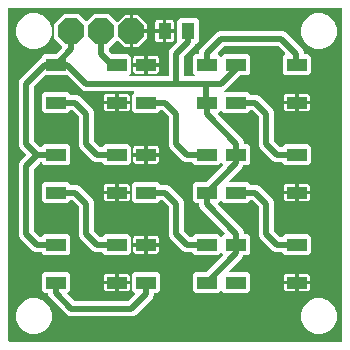
<source format=gbr>
G04 EAGLE Gerber RS-274X export*
G75*
%MOMM*%
%FSLAX34Y34*%
%LPD*%
%INTop Copper*%
%IPPOS*%
%AMOC8*
5,1,8,0,0,1.08239X$1,22.5*%
G01*
%ADD10P,2.336880X8X22.500000*%
%ADD11R,1.651000X1.000000*%
%ADD12R,1.100000X1.400000*%
%ADD13C,0.508000*%

G36*
X292120Y10164D02*
X292120Y10164D01*
X292139Y10162D01*
X292241Y10184D01*
X292343Y10200D01*
X292360Y10210D01*
X292380Y10214D01*
X292469Y10267D01*
X292560Y10316D01*
X292574Y10330D01*
X292591Y10340D01*
X292658Y10419D01*
X292730Y10494D01*
X292738Y10512D01*
X292751Y10527D01*
X292790Y10623D01*
X292833Y10717D01*
X292835Y10737D01*
X292843Y10755D01*
X292861Y10922D01*
X292861Y292100D01*
X292858Y292120D01*
X292860Y292139D01*
X292838Y292241D01*
X292822Y292343D01*
X292812Y292360D01*
X292808Y292380D01*
X292755Y292469D01*
X292706Y292560D01*
X292692Y292574D01*
X292682Y292591D01*
X292603Y292658D01*
X292528Y292730D01*
X292510Y292738D01*
X292495Y292751D01*
X292399Y292790D01*
X292305Y292833D01*
X292285Y292835D01*
X292267Y292843D01*
X292100Y292861D01*
X10922Y292861D01*
X10902Y292858D01*
X10883Y292860D01*
X10781Y292838D01*
X10679Y292822D01*
X10662Y292812D01*
X10642Y292808D01*
X10553Y292755D01*
X10462Y292706D01*
X10448Y292692D01*
X10431Y292682D01*
X10364Y292603D01*
X10292Y292528D01*
X10284Y292510D01*
X10271Y292495D01*
X10232Y292399D01*
X10189Y292305D01*
X10187Y292285D01*
X10179Y292267D01*
X10161Y292100D01*
X10161Y10922D01*
X10164Y10902D01*
X10162Y10883D01*
X10184Y10781D01*
X10200Y10679D01*
X10210Y10662D01*
X10214Y10642D01*
X10267Y10553D01*
X10316Y10462D01*
X10330Y10448D01*
X10340Y10431D01*
X10419Y10364D01*
X10494Y10292D01*
X10512Y10284D01*
X10527Y10271D01*
X10623Y10232D01*
X10717Y10189D01*
X10737Y10187D01*
X10755Y10179D01*
X10922Y10161D01*
X292100Y10161D01*
X292120Y10164D01*
G37*
%LPC*%
G36*
X168337Y51389D02*
X168337Y51389D01*
X166104Y53622D01*
X166104Y66778D01*
X168337Y69011D01*
X177684Y69011D01*
X177774Y69025D01*
X177865Y69033D01*
X177895Y69045D01*
X177927Y69050D01*
X178008Y69093D01*
X178091Y69129D01*
X178124Y69155D01*
X178144Y69166D01*
X178166Y69189D01*
X178222Y69234D01*
X192149Y83160D01*
X192161Y83176D01*
X192176Y83189D01*
X192232Y83276D01*
X192293Y83360D01*
X192298Y83379D01*
X192309Y83396D01*
X192334Y83496D01*
X192365Y83595D01*
X192364Y83615D01*
X192369Y83634D01*
X192361Y83737D01*
X192359Y83841D01*
X192352Y83860D01*
X192350Y83880D01*
X192310Y83974D01*
X192274Y84072D01*
X192262Y84088D01*
X192254Y84106D01*
X192149Y84237D01*
X191038Y85348D01*
X191022Y85359D01*
X191010Y85375D01*
X190922Y85431D01*
X190839Y85491D01*
X190820Y85497D01*
X190803Y85508D01*
X190702Y85533D01*
X190603Y85563D01*
X190584Y85563D01*
X190564Y85568D01*
X190461Y85560D01*
X190358Y85557D01*
X190339Y85550D01*
X190319Y85549D01*
X190224Y85508D01*
X190127Y85473D01*
X190111Y85460D01*
X190093Y85452D01*
X189962Y85348D01*
X188003Y83389D01*
X168337Y83389D01*
X166099Y85626D01*
X166026Y85679D01*
X165956Y85739D01*
X165926Y85751D01*
X165900Y85770D01*
X165813Y85797D01*
X165728Y85831D01*
X165687Y85835D01*
X165665Y85842D01*
X165632Y85841D01*
X165561Y85849D01*
X160537Y85849D01*
X158203Y86816D01*
X148910Y96109D01*
X147016Y98003D01*
X146049Y100337D01*
X146049Y124054D01*
X146035Y124144D01*
X146027Y124235D01*
X146015Y124265D01*
X146010Y124297D01*
X145967Y124378D01*
X145931Y124461D01*
X145905Y124494D01*
X145894Y124514D01*
X145871Y124536D01*
X145826Y124592D01*
X140592Y129826D01*
X140518Y129879D01*
X140449Y129939D01*
X140419Y129951D01*
X140393Y129970D01*
X140306Y129997D01*
X140221Y130031D01*
X140180Y130035D01*
X140158Y130042D01*
X140125Y130041D01*
X140054Y130049D01*
X139239Y130049D01*
X139149Y130035D01*
X139058Y130027D01*
X139028Y130015D01*
X138996Y130010D01*
X138915Y129967D01*
X138831Y129931D01*
X138799Y129905D01*
X138779Y129894D01*
X138756Y129871D01*
X138701Y129826D01*
X136463Y127589D01*
X116797Y127589D01*
X114564Y129822D01*
X114564Y142978D01*
X116797Y145211D01*
X136463Y145211D01*
X138701Y142974D01*
X138774Y142921D01*
X138844Y142861D01*
X138874Y142849D01*
X138900Y142830D01*
X138987Y142803D01*
X139072Y142769D01*
X139113Y142765D01*
X139135Y142758D01*
X139168Y142759D01*
X139239Y142751D01*
X144263Y142751D01*
X146597Y141784D01*
X157784Y130597D01*
X158751Y128263D01*
X158751Y104546D01*
X158753Y104530D01*
X158752Y104516D01*
X158766Y104452D01*
X158773Y104365D01*
X158785Y104335D01*
X158790Y104303D01*
X158803Y104279D01*
X158804Y104276D01*
X158812Y104263D01*
X158833Y104222D01*
X158869Y104139D01*
X158895Y104106D01*
X158906Y104086D01*
X158929Y104064D01*
X158974Y104008D01*
X164208Y98774D01*
X164282Y98721D01*
X164351Y98661D01*
X164381Y98649D01*
X164407Y98630D01*
X164494Y98603D01*
X164579Y98569D01*
X164620Y98565D01*
X164642Y98558D01*
X164675Y98559D01*
X164746Y98551D01*
X165561Y98551D01*
X165651Y98565D01*
X165742Y98573D01*
X165772Y98585D01*
X165804Y98590D01*
X165885Y98633D01*
X165969Y98669D01*
X166001Y98695D01*
X166021Y98706D01*
X166044Y98729D01*
X166099Y98774D01*
X168337Y101011D01*
X188003Y101011D01*
X189962Y99052D01*
X189978Y99041D01*
X189990Y99025D01*
X190078Y98969D01*
X190161Y98909D01*
X190180Y98903D01*
X190197Y98892D01*
X190298Y98867D01*
X190397Y98837D01*
X190416Y98837D01*
X190436Y98832D01*
X190539Y98840D01*
X190642Y98843D01*
X190661Y98850D01*
X190681Y98851D01*
X190776Y98892D01*
X190873Y98927D01*
X190889Y98940D01*
X190907Y98948D01*
X191038Y99052D01*
X193002Y101016D01*
X193041Y101022D01*
X193113Y101024D01*
X193162Y101042D01*
X193213Y101050D01*
X193276Y101084D01*
X193344Y101109D01*
X193384Y101141D01*
X193430Y101166D01*
X193480Y101218D01*
X193536Y101262D01*
X193564Y101306D01*
X193600Y101344D01*
X193630Y101409D01*
X193669Y101469D01*
X193681Y101520D01*
X193703Y101567D01*
X193711Y101638D01*
X193729Y101708D01*
X193725Y101760D01*
X193730Y101811D01*
X193715Y101882D01*
X193710Y101953D01*
X193689Y102001D01*
X193678Y102052D01*
X193641Y102113D01*
X193613Y102179D01*
X193569Y102235D01*
X193552Y102263D01*
X193534Y102278D01*
X193508Y102310D01*
X172786Y123033D01*
X171819Y125367D01*
X171819Y126828D01*
X171816Y126848D01*
X171818Y126867D01*
X171796Y126969D01*
X171780Y127071D01*
X171770Y127088D01*
X171766Y127108D01*
X171713Y127197D01*
X171664Y127288D01*
X171650Y127302D01*
X171640Y127319D01*
X171561Y127386D01*
X171486Y127458D01*
X171468Y127466D01*
X171453Y127479D01*
X171357Y127518D01*
X171263Y127561D01*
X171243Y127563D01*
X171225Y127571D01*
X171058Y127589D01*
X168337Y127589D01*
X166104Y129822D01*
X166104Y142978D01*
X168337Y145211D01*
X177684Y145211D01*
X177774Y145225D01*
X177865Y145233D01*
X177895Y145245D01*
X177927Y145250D01*
X178008Y145293D01*
X178091Y145329D01*
X178124Y145355D01*
X178144Y145366D01*
X178166Y145389D01*
X178222Y145434D01*
X192149Y159360D01*
X192161Y159376D01*
X192176Y159389D01*
X192232Y159476D01*
X192293Y159560D01*
X192298Y159579D01*
X192309Y159596D01*
X192334Y159696D01*
X192365Y159795D01*
X192364Y159815D01*
X192369Y159834D01*
X192361Y159937D01*
X192359Y160041D01*
X192352Y160060D01*
X192350Y160080D01*
X192310Y160174D01*
X192274Y160272D01*
X192262Y160288D01*
X192254Y160306D01*
X192149Y160437D01*
X191038Y161548D01*
X191022Y161559D01*
X191010Y161575D01*
X190923Y161631D01*
X190839Y161691D01*
X190819Y161697D01*
X190803Y161708D01*
X190702Y161733D01*
X190603Y161763D01*
X190584Y161763D01*
X190564Y161768D01*
X190461Y161760D01*
X190358Y161757D01*
X190339Y161750D01*
X190319Y161749D01*
X190224Y161708D01*
X190127Y161673D01*
X190111Y161660D01*
X190093Y161652D01*
X189962Y161548D01*
X188003Y159589D01*
X168337Y159589D01*
X166099Y161826D01*
X166026Y161879D01*
X165956Y161939D01*
X165926Y161951D01*
X165900Y161970D01*
X165813Y161997D01*
X165728Y162031D01*
X165687Y162035D01*
X165665Y162042D01*
X165632Y162041D01*
X165561Y162049D01*
X160537Y162049D01*
X158203Y163016D01*
X148910Y172309D01*
X147016Y174203D01*
X146049Y176537D01*
X146049Y200254D01*
X146035Y200344D01*
X146027Y200435D01*
X146015Y200465D01*
X146010Y200497D01*
X145967Y200578D01*
X145931Y200661D01*
X145905Y200694D01*
X145894Y200714D01*
X145871Y200736D01*
X145826Y200792D01*
X140592Y206026D01*
X140518Y206079D01*
X140449Y206139D01*
X140419Y206151D01*
X140393Y206170D01*
X140306Y206197D01*
X140221Y206231D01*
X140180Y206235D01*
X140158Y206242D01*
X140125Y206241D01*
X140054Y206249D01*
X139239Y206249D01*
X139149Y206235D01*
X139058Y206227D01*
X139028Y206215D01*
X138996Y206210D01*
X138915Y206167D01*
X138831Y206131D01*
X138799Y206105D01*
X138779Y206094D01*
X138756Y206071D01*
X138701Y206026D01*
X136463Y203789D01*
X116797Y203789D01*
X114564Y206022D01*
X114564Y219178D01*
X116336Y220950D01*
X116377Y221008D01*
X116427Y221060D01*
X116449Y221107D01*
X116479Y221149D01*
X116500Y221218D01*
X116530Y221283D01*
X116536Y221335D01*
X116551Y221385D01*
X116550Y221456D01*
X116557Y221527D01*
X116546Y221578D01*
X116545Y221630D01*
X116520Y221698D01*
X116505Y221768D01*
X116479Y221813D01*
X116461Y221861D01*
X116416Y221917D01*
X116379Y221979D01*
X116339Y222013D01*
X116307Y222053D01*
X116247Y222092D01*
X116192Y222139D01*
X116144Y222158D01*
X116100Y222186D01*
X116031Y222204D01*
X115964Y222231D01*
X115893Y222239D01*
X115861Y222247D01*
X115838Y222245D01*
X115797Y222249D01*
X74937Y222249D01*
X72603Y223216D01*
X60252Y235566D01*
X60178Y235619D01*
X60109Y235679D01*
X60079Y235691D01*
X60053Y235710D01*
X59966Y235737D01*
X59881Y235771D01*
X59840Y235775D01*
X59818Y235782D01*
X59785Y235781D01*
X59714Y235789D01*
X41886Y235789D01*
X41796Y235775D01*
X41705Y235767D01*
X41675Y235755D01*
X41643Y235750D01*
X41562Y235707D01*
X41479Y235671D01*
X41446Y235645D01*
X41426Y235634D01*
X41404Y235611D01*
X41348Y235566D01*
X31974Y226192D01*
X31921Y226118D01*
X31861Y226049D01*
X31849Y226019D01*
X31830Y225993D01*
X31803Y225906D01*
X31769Y225821D01*
X31765Y225780D01*
X31758Y225758D01*
X31759Y225725D01*
X31751Y225654D01*
X31751Y180746D01*
X31765Y180656D01*
X31773Y180565D01*
X31785Y180535D01*
X31790Y180503D01*
X31833Y180422D01*
X31869Y180339D01*
X31895Y180306D01*
X31906Y180286D01*
X31929Y180264D01*
X31974Y180208D01*
X37208Y174974D01*
X37282Y174921D01*
X37351Y174861D01*
X37381Y174849D01*
X37407Y174830D01*
X37494Y174803D01*
X37579Y174769D01*
X37620Y174765D01*
X37642Y174758D01*
X37675Y174759D01*
X37746Y174751D01*
X37821Y174751D01*
X37911Y174765D01*
X38002Y174773D01*
X38032Y174785D01*
X38064Y174790D01*
X38145Y174833D01*
X38229Y174869D01*
X38261Y174895D01*
X38281Y174906D01*
X38304Y174929D01*
X38359Y174974D01*
X40597Y177211D01*
X60263Y177211D01*
X62496Y174978D01*
X62496Y161822D01*
X60263Y159589D01*
X40597Y159589D01*
X38359Y161826D01*
X38286Y161879D01*
X38216Y161939D01*
X38186Y161951D01*
X38160Y161970D01*
X38073Y161997D01*
X37988Y162031D01*
X37947Y162035D01*
X37925Y162042D01*
X37892Y162041D01*
X37821Y162049D01*
X37746Y162049D01*
X37656Y162035D01*
X37565Y162027D01*
X37535Y162015D01*
X37503Y162010D01*
X37422Y161967D01*
X37339Y161931D01*
X37306Y161905D01*
X37286Y161894D01*
X37264Y161871D01*
X37208Y161826D01*
X31974Y156592D01*
X31921Y156518D01*
X31861Y156449D01*
X31849Y156419D01*
X31830Y156393D01*
X31803Y156306D01*
X31769Y156221D01*
X31765Y156180D01*
X31758Y156158D01*
X31759Y156125D01*
X31751Y156054D01*
X31751Y104546D01*
X31753Y104530D01*
X31752Y104516D01*
X31766Y104452D01*
X31773Y104365D01*
X31785Y104335D01*
X31790Y104303D01*
X31803Y104279D01*
X31804Y104276D01*
X31812Y104263D01*
X31833Y104222D01*
X31869Y104139D01*
X31895Y104106D01*
X31906Y104086D01*
X31929Y104064D01*
X31974Y104008D01*
X37208Y98774D01*
X37282Y98721D01*
X37351Y98661D01*
X37381Y98649D01*
X37407Y98630D01*
X37494Y98603D01*
X37579Y98569D01*
X37620Y98565D01*
X37642Y98558D01*
X37675Y98559D01*
X37746Y98551D01*
X37821Y98551D01*
X37911Y98565D01*
X38002Y98573D01*
X38032Y98585D01*
X38064Y98590D01*
X38145Y98633D01*
X38229Y98669D01*
X38261Y98695D01*
X38281Y98706D01*
X38304Y98729D01*
X38359Y98774D01*
X40597Y101011D01*
X60263Y101011D01*
X62496Y98778D01*
X62496Y85622D01*
X60263Y83389D01*
X40597Y83389D01*
X38359Y85626D01*
X38286Y85679D01*
X38216Y85739D01*
X38186Y85751D01*
X38160Y85770D01*
X38073Y85797D01*
X37988Y85831D01*
X37947Y85835D01*
X37925Y85842D01*
X37892Y85841D01*
X37821Y85849D01*
X33537Y85849D01*
X31203Y86816D01*
X21910Y96109D01*
X20016Y98003D01*
X19049Y100337D01*
X19049Y160263D01*
X20016Y162597D01*
X25280Y167862D01*
X25292Y167878D01*
X25308Y167890D01*
X25364Y167978D01*
X25424Y168061D01*
X25430Y168080D01*
X25441Y168097D01*
X25466Y168198D01*
X25496Y168297D01*
X25496Y168316D01*
X25501Y168336D01*
X25493Y168439D01*
X25490Y168542D01*
X25483Y168561D01*
X25482Y168581D01*
X25441Y168676D01*
X25406Y168773D01*
X25393Y168789D01*
X25385Y168807D01*
X25280Y168938D01*
X20016Y174203D01*
X19049Y176537D01*
X19049Y229863D01*
X20016Y232197D01*
X37803Y249984D01*
X37894Y250022D01*
X37994Y250084D01*
X38010Y250093D01*
X38040Y250109D01*
X38045Y250114D01*
X38094Y250143D01*
X38098Y250148D01*
X38103Y250151D01*
X38178Y250242D01*
X38254Y250330D01*
X38256Y250336D01*
X38260Y250341D01*
X38302Y250449D01*
X38346Y250558D01*
X38347Y250566D01*
X38348Y250571D01*
X38349Y250589D01*
X38364Y250725D01*
X38364Y251178D01*
X40597Y253411D01*
X49944Y253411D01*
X50034Y253425D01*
X50125Y253433D01*
X50155Y253445D01*
X50187Y253450D01*
X50268Y253493D01*
X50351Y253529D01*
X50384Y253555D01*
X50404Y253566D01*
X50426Y253589D01*
X50482Y253634D01*
X55833Y258985D01*
X55845Y259001D01*
X55860Y259013D01*
X55917Y259101D01*
X55977Y259184D01*
X55983Y259203D01*
X55993Y259220D01*
X56019Y259321D01*
X56049Y259419D01*
X56049Y259439D01*
X56054Y259459D01*
X56045Y259562D01*
X56043Y259665D01*
X56036Y259684D01*
X56034Y259704D01*
X55994Y259799D01*
X55958Y259896D01*
X55946Y259912D01*
X55938Y259930D01*
X55833Y260061D01*
X48894Y267000D01*
X48894Y279100D01*
X57450Y287656D01*
X69550Y287656D01*
X75662Y281544D01*
X75678Y281532D01*
X75690Y281517D01*
X75778Y281461D01*
X75861Y281400D01*
X75880Y281395D01*
X75897Y281384D01*
X75998Y281358D01*
X76097Y281328D01*
X76116Y281329D01*
X76136Y281324D01*
X76239Y281332D01*
X76342Y281334D01*
X76361Y281341D01*
X76381Y281343D01*
X76476Y281383D01*
X76573Y281419D01*
X76589Y281431D01*
X76607Y281439D01*
X76738Y281544D01*
X82850Y287656D01*
X94950Y287656D01*
X101960Y280646D01*
X101976Y280634D01*
X101988Y280619D01*
X102076Y280563D01*
X102159Y280502D01*
X102178Y280496D01*
X102195Y280486D01*
X102296Y280460D01*
X102395Y280430D01*
X102414Y280430D01*
X102434Y280426D01*
X102537Y280434D01*
X102640Y280436D01*
X102659Y280443D01*
X102679Y280445D01*
X102774Y280485D01*
X102871Y280521D01*
X102887Y280533D01*
X102905Y280541D01*
X103036Y280646D01*
X108776Y286386D01*
X112777Y286386D01*
X112777Y273812D01*
X112780Y273792D01*
X112778Y273773D01*
X112800Y273671D01*
X112817Y273569D01*
X112826Y273552D01*
X112830Y273532D01*
X112883Y273443D01*
X112932Y273352D01*
X112946Y273338D01*
X112956Y273321D01*
X113035Y273254D01*
X113110Y273183D01*
X113128Y273174D01*
X113143Y273161D01*
X113239Y273123D01*
X113333Y273079D01*
X113353Y273077D01*
X113371Y273069D01*
X113538Y273051D01*
X114301Y273051D01*
X114301Y273049D01*
X113538Y273049D01*
X113518Y273046D01*
X113499Y273048D01*
X113397Y273026D01*
X113295Y273009D01*
X113278Y273000D01*
X113258Y272996D01*
X113169Y272943D01*
X113078Y272894D01*
X113064Y272880D01*
X113047Y272870D01*
X112980Y272791D01*
X112909Y272716D01*
X112900Y272698D01*
X112887Y272683D01*
X112848Y272587D01*
X112805Y272493D01*
X112803Y272473D01*
X112795Y272455D01*
X112777Y272288D01*
X112777Y259714D01*
X108776Y259714D01*
X103036Y265454D01*
X103020Y265466D01*
X103008Y265481D01*
X102920Y265537D01*
X102837Y265598D01*
X102818Y265604D01*
X102801Y265614D01*
X102700Y265640D01*
X102601Y265670D01*
X102582Y265670D01*
X102562Y265674D01*
X102459Y265666D01*
X102356Y265664D01*
X102337Y265657D01*
X102317Y265655D01*
X102222Y265615D01*
X102125Y265579D01*
X102109Y265567D01*
X102091Y265559D01*
X101960Y265454D01*
X95474Y258968D01*
X95421Y258894D01*
X95361Y258825D01*
X95349Y258795D01*
X95330Y258768D01*
X95303Y258681D01*
X95269Y258597D01*
X95265Y258556D01*
X95258Y258533D01*
X95259Y258501D01*
X95251Y258430D01*
X95251Y256946D01*
X95265Y256856D01*
X95273Y256765D01*
X95285Y256735D01*
X95290Y256703D01*
X95333Y256622D01*
X95369Y256539D01*
X95395Y256506D01*
X95406Y256486D01*
X95429Y256464D01*
X95474Y256408D01*
X98248Y253634D01*
X98322Y253581D01*
X98391Y253521D01*
X98421Y253509D01*
X98447Y253490D01*
X98534Y253463D01*
X98619Y253429D01*
X98660Y253425D01*
X98682Y253418D01*
X98715Y253419D01*
X98786Y253411D01*
X111803Y253411D01*
X114036Y251178D01*
X114036Y238022D01*
X112264Y236250D01*
X112223Y236192D01*
X112173Y236140D01*
X112151Y236093D01*
X112121Y236051D01*
X112100Y235982D01*
X112070Y235917D01*
X112064Y235865D01*
X112049Y235815D01*
X112050Y235744D01*
X112043Y235673D01*
X112054Y235622D01*
X112055Y235570D01*
X112080Y235502D01*
X112095Y235432D01*
X112121Y235387D01*
X112139Y235339D01*
X112184Y235283D01*
X112221Y235221D01*
X112261Y235187D01*
X112293Y235147D01*
X112353Y235108D01*
X112408Y235061D01*
X112456Y235042D01*
X112500Y235014D01*
X112569Y234996D01*
X112636Y234969D01*
X112707Y234961D01*
X112739Y234953D01*
X112762Y234955D01*
X112803Y234951D01*
X145288Y234951D01*
X145308Y234954D01*
X145327Y234952D01*
X145429Y234974D01*
X145531Y234990D01*
X145548Y235000D01*
X145568Y235004D01*
X145657Y235057D01*
X145748Y235106D01*
X145762Y235120D01*
X145779Y235130D01*
X145846Y235209D01*
X145918Y235284D01*
X145926Y235302D01*
X145939Y235317D01*
X145978Y235413D01*
X146021Y235507D01*
X146023Y235527D01*
X146031Y235545D01*
X146049Y235712D01*
X146049Y255263D01*
X147016Y257597D01*
X148910Y259491D01*
X152951Y263533D01*
X152963Y263549D01*
X152979Y263561D01*
X153035Y263649D01*
X153095Y263732D01*
X153101Y263752D01*
X153112Y263768D01*
X153137Y263869D01*
X153167Y263968D01*
X153167Y263988D01*
X153172Y264007D01*
X153164Y264110D01*
X153161Y264213D01*
X153154Y264232D01*
X153153Y264252D01*
X153112Y264347D01*
X153089Y264410D01*
X153089Y281628D01*
X155322Y283861D01*
X169478Y283861D01*
X171711Y281628D01*
X171711Y264472D01*
X169478Y262239D01*
X169053Y262239D01*
X168939Y262220D01*
X168822Y262203D01*
X168817Y262201D01*
X168811Y262200D01*
X168708Y262145D01*
X168603Y262092D01*
X168599Y262087D01*
X168593Y262084D01*
X168513Y262000D01*
X168431Y261916D01*
X168427Y261910D01*
X168424Y261906D01*
X168416Y261889D01*
X168350Y261769D01*
X167784Y260403D01*
X158974Y251592D01*
X158921Y251518D01*
X158861Y251449D01*
X158849Y251419D01*
X158830Y251393D01*
X158803Y251306D01*
X158769Y251221D01*
X158765Y251180D01*
X158758Y251158D01*
X158759Y251125D01*
X158751Y251054D01*
X158751Y235712D01*
X158754Y235692D01*
X158752Y235673D01*
X158774Y235571D01*
X158790Y235469D01*
X158800Y235452D01*
X158804Y235432D01*
X158857Y235343D01*
X158906Y235252D01*
X158920Y235238D01*
X158930Y235221D01*
X159009Y235154D01*
X159084Y235082D01*
X159102Y235074D01*
X159117Y235061D01*
X159213Y235022D01*
X159307Y234979D01*
X159327Y234977D01*
X159345Y234969D01*
X159512Y234951D01*
X167337Y234951D01*
X167408Y234962D01*
X167480Y234964D01*
X167529Y234982D01*
X167580Y234990D01*
X167643Y235024D01*
X167711Y235049D01*
X167751Y235081D01*
X167797Y235106D01*
X167847Y235158D01*
X167903Y235202D01*
X167931Y235246D01*
X167967Y235284D01*
X167997Y235349D01*
X168036Y235409D01*
X168048Y235460D01*
X168070Y235507D01*
X168078Y235578D01*
X168096Y235648D01*
X168092Y235700D01*
X168097Y235751D01*
X168082Y235822D01*
X168077Y235893D01*
X168056Y235941D01*
X168045Y235992D01*
X168008Y236053D01*
X167980Y236119D01*
X167936Y236175D01*
X167919Y236203D01*
X167901Y236218D01*
X167876Y236250D01*
X166104Y238022D01*
X166104Y251178D01*
X168337Y253411D01*
X171058Y253411D01*
X171078Y253414D01*
X171097Y253412D01*
X171199Y253434D01*
X171301Y253450D01*
X171318Y253460D01*
X171338Y253464D01*
X171427Y253517D01*
X171518Y253566D01*
X171532Y253580D01*
X171549Y253590D01*
X171616Y253669D01*
X171688Y253744D01*
X171696Y253762D01*
X171709Y253777D01*
X171748Y253873D01*
X171791Y253967D01*
X171793Y253987D01*
X171801Y254005D01*
X171819Y254172D01*
X171819Y255633D01*
X172786Y257967D01*
X185009Y270190D01*
X186903Y272084D01*
X189237Y273051D01*
X242563Y273051D01*
X244897Y272084D01*
X259384Y257597D01*
X260351Y255263D01*
X260351Y254172D01*
X260354Y254152D01*
X260352Y254133D01*
X260374Y254031D01*
X260390Y253929D01*
X260400Y253912D01*
X260404Y253892D01*
X260457Y253803D01*
X260506Y253712D01*
X260520Y253698D01*
X260530Y253681D01*
X260609Y253614D01*
X260684Y253542D01*
X260702Y253534D01*
X260717Y253521D01*
X260813Y253482D01*
X260907Y253439D01*
X260927Y253437D01*
X260945Y253429D01*
X261112Y253411D01*
X264203Y253411D01*
X266436Y251178D01*
X266436Y238022D01*
X264203Y235789D01*
X244537Y235789D01*
X242304Y238022D01*
X242304Y251178D01*
X244534Y253408D01*
X244546Y253424D01*
X244561Y253437D01*
X244617Y253524D01*
X244678Y253608D01*
X244683Y253627D01*
X244694Y253644D01*
X244719Y253744D01*
X244750Y253843D01*
X244749Y253863D01*
X244754Y253882D01*
X244746Y253985D01*
X244744Y254089D01*
X244737Y254108D01*
X244735Y254127D01*
X244695Y254222D01*
X244659Y254320D01*
X244647Y254336D01*
X244639Y254354D01*
X244534Y254485D01*
X238892Y260126D01*
X238818Y260179D01*
X238749Y260239D01*
X238719Y260251D01*
X238693Y260270D01*
X238606Y260297D01*
X238521Y260331D01*
X238480Y260335D01*
X238458Y260342D01*
X238425Y260341D01*
X238354Y260349D01*
X193446Y260349D01*
X193356Y260335D01*
X193265Y260327D01*
X193235Y260315D01*
X193203Y260310D01*
X193122Y260267D01*
X193039Y260231D01*
X193006Y260205D01*
X192986Y260194D01*
X192964Y260171D01*
X192908Y260126D01*
X187492Y254710D01*
X187450Y254652D01*
X187400Y254600D01*
X187378Y254553D01*
X187348Y254511D01*
X187327Y254442D01*
X187297Y254377D01*
X187291Y254325D01*
X187276Y254275D01*
X187278Y254204D01*
X187270Y254133D01*
X187281Y254082D01*
X187282Y254030D01*
X187307Y253962D01*
X187322Y253892D01*
X187349Y253847D01*
X187366Y253799D01*
X187411Y253743D01*
X187448Y253681D01*
X187488Y253647D01*
X187520Y253607D01*
X187580Y253568D01*
X187635Y253521D01*
X187683Y253502D01*
X187727Y253474D01*
X187797Y253456D01*
X187863Y253429D01*
X187934Y253421D01*
X187966Y253413D01*
X187989Y253415D01*
X188000Y253414D01*
X189962Y251452D01*
X189978Y251441D01*
X189990Y251425D01*
X190078Y251369D01*
X190161Y251309D01*
X190180Y251303D01*
X190197Y251292D01*
X190298Y251267D01*
X190397Y251237D01*
X190416Y251237D01*
X190436Y251232D01*
X190539Y251240D01*
X190642Y251243D01*
X190661Y251250D01*
X190681Y251251D01*
X190776Y251292D01*
X190873Y251327D01*
X190889Y251340D01*
X190907Y251348D01*
X191038Y251452D01*
X192997Y253411D01*
X212663Y253411D01*
X214896Y251178D01*
X214896Y238022D01*
X212663Y235789D01*
X206986Y235789D01*
X206896Y235775D01*
X206805Y235767D01*
X206775Y235755D01*
X206743Y235750D01*
X206662Y235707D01*
X206579Y235671D01*
X206546Y235645D01*
X206526Y235634D01*
X206504Y235611D01*
X206448Y235566D01*
X194097Y223216D01*
X193275Y222875D01*
X193192Y222824D01*
X193106Y222778D01*
X193088Y222759D01*
X193066Y222746D01*
X193003Y222671D01*
X192936Y222600D01*
X192925Y222576D01*
X192909Y222556D01*
X192874Y222465D01*
X192833Y222377D01*
X192830Y222351D01*
X192821Y222327D01*
X192816Y222229D01*
X192806Y222133D01*
X192811Y222107D01*
X192810Y222081D01*
X192837Y221987D01*
X192858Y221892D01*
X192871Y221870D01*
X192879Y221845D01*
X192934Y221765D01*
X192984Y221681D01*
X193004Y221664D01*
X193019Y221643D01*
X193097Y221584D01*
X193171Y221521D01*
X193195Y221511D01*
X193216Y221496D01*
X193309Y221466D01*
X193399Y221429D01*
X193432Y221426D01*
X193450Y221420D01*
X193483Y221420D01*
X193566Y221411D01*
X212663Y221411D01*
X214901Y219174D01*
X214974Y219121D01*
X215044Y219061D01*
X215074Y219049D01*
X215100Y219030D01*
X215187Y219003D01*
X215272Y218969D01*
X215313Y218965D01*
X215335Y218958D01*
X215368Y218959D01*
X215439Y218951D01*
X220463Y218951D01*
X222797Y217984D01*
X233984Y206797D01*
X234951Y204463D01*
X234951Y180746D01*
X234965Y180656D01*
X234973Y180565D01*
X234985Y180535D01*
X234990Y180503D01*
X235033Y180422D01*
X235069Y180339D01*
X235095Y180306D01*
X235106Y180286D01*
X235129Y180264D01*
X235174Y180208D01*
X240408Y174974D01*
X240482Y174921D01*
X240551Y174861D01*
X240581Y174849D01*
X240607Y174830D01*
X240694Y174803D01*
X240779Y174769D01*
X240820Y174765D01*
X240842Y174758D01*
X240875Y174759D01*
X240946Y174751D01*
X241761Y174751D01*
X241851Y174765D01*
X241942Y174773D01*
X241972Y174785D01*
X242004Y174790D01*
X242085Y174833D01*
X242169Y174869D01*
X242201Y174895D01*
X242221Y174906D01*
X242243Y174929D01*
X242300Y174974D01*
X244537Y177211D01*
X264203Y177211D01*
X266436Y174978D01*
X266436Y161822D01*
X264203Y159589D01*
X244537Y159589D01*
X242300Y161826D01*
X242226Y161879D01*
X242156Y161939D01*
X242126Y161951D01*
X242100Y161970D01*
X242013Y161997D01*
X241928Y162031D01*
X241887Y162035D01*
X241865Y162042D01*
X241833Y162041D01*
X241761Y162049D01*
X236737Y162049D01*
X234403Y163016D01*
X223216Y174203D01*
X222249Y176537D01*
X222249Y200254D01*
X222235Y200344D01*
X222227Y200435D01*
X222215Y200465D01*
X222210Y200497D01*
X222167Y200578D01*
X222131Y200661D01*
X222105Y200694D01*
X222094Y200714D01*
X222071Y200736D01*
X222026Y200792D01*
X216792Y206026D01*
X216718Y206079D01*
X216649Y206139D01*
X216619Y206151D01*
X216593Y206170D01*
X216506Y206197D01*
X216421Y206231D01*
X216380Y206235D01*
X216358Y206242D01*
X216325Y206241D01*
X216254Y206249D01*
X215439Y206249D01*
X215349Y206235D01*
X215258Y206227D01*
X215228Y206215D01*
X215196Y206210D01*
X215115Y206167D01*
X215031Y206131D01*
X214999Y206105D01*
X214979Y206094D01*
X214956Y206071D01*
X214901Y206026D01*
X212663Y203789D01*
X192997Y203789D01*
X191038Y205748D01*
X191022Y205759D01*
X191010Y205775D01*
X190922Y205831D01*
X190839Y205891D01*
X190820Y205897D01*
X190803Y205908D01*
X190702Y205933D01*
X190603Y205963D01*
X190584Y205963D01*
X190564Y205968D01*
X190461Y205960D01*
X190358Y205957D01*
X190339Y205950D01*
X190319Y205949D01*
X190224Y205908D01*
X190127Y205873D01*
X190111Y205860D01*
X190093Y205852D01*
X189962Y205748D01*
X187998Y203784D01*
X187959Y203778D01*
X187887Y203776D01*
X187838Y203758D01*
X187787Y203750D01*
X187724Y203716D01*
X187656Y203691D01*
X187616Y203659D01*
X187570Y203634D01*
X187520Y203582D01*
X187464Y203538D01*
X187436Y203494D01*
X187400Y203456D01*
X187370Y203391D01*
X187331Y203331D01*
X187319Y203280D01*
X187297Y203233D01*
X187289Y203162D01*
X187271Y203092D01*
X187275Y203040D01*
X187270Y202989D01*
X187285Y202918D01*
X187290Y202847D01*
X187311Y202799D01*
X187322Y202748D01*
X187359Y202687D01*
X187387Y202621D01*
X187431Y202565D01*
X187448Y202537D01*
X187466Y202522D01*
X187492Y202490D01*
X208584Y181397D01*
X209551Y179063D01*
X209551Y177972D01*
X209554Y177952D01*
X209552Y177933D01*
X209574Y177831D01*
X209590Y177729D01*
X209600Y177712D01*
X209604Y177692D01*
X209657Y177603D01*
X209706Y177512D01*
X209720Y177498D01*
X209730Y177481D01*
X209809Y177414D01*
X209884Y177342D01*
X209902Y177334D01*
X209917Y177321D01*
X210013Y177282D01*
X210107Y177239D01*
X210127Y177237D01*
X210145Y177229D01*
X210312Y177211D01*
X212663Y177211D01*
X214896Y174978D01*
X214896Y161822D01*
X212663Y159589D01*
X209603Y159589D01*
X209489Y159570D01*
X209372Y159553D01*
X209367Y159551D01*
X209361Y159550D01*
X209258Y159495D01*
X209153Y159442D01*
X209149Y159437D01*
X209143Y159434D01*
X209063Y159350D01*
X208981Y159266D01*
X208977Y159260D01*
X208974Y159256D01*
X208966Y159239D01*
X208900Y159119D01*
X208214Y157463D01*
X197262Y146510D01*
X197220Y146452D01*
X197170Y146400D01*
X197148Y146353D01*
X197118Y146311D01*
X197097Y146242D01*
X197067Y146177D01*
X197061Y146125D01*
X197046Y146075D01*
X197048Y146004D01*
X197040Y145933D01*
X197051Y145882D01*
X197052Y145830D01*
X197077Y145762D01*
X197092Y145692D01*
X197119Y145647D01*
X197136Y145599D01*
X197181Y145543D01*
X197218Y145481D01*
X197258Y145447D01*
X197290Y145407D01*
X197350Y145368D01*
X197405Y145321D01*
X197453Y145302D01*
X197497Y145274D01*
X197567Y145256D01*
X197633Y145229D01*
X197704Y145221D01*
X197736Y145213D01*
X197759Y145215D01*
X197800Y145211D01*
X212663Y145211D01*
X214901Y142974D01*
X214974Y142921D01*
X215044Y142861D01*
X215074Y142849D01*
X215100Y142830D01*
X215187Y142803D01*
X215272Y142769D01*
X215313Y142765D01*
X215335Y142758D01*
X215368Y142759D01*
X215439Y142751D01*
X220463Y142751D01*
X222797Y141784D01*
X233984Y130597D01*
X234951Y128263D01*
X234951Y104546D01*
X234953Y104530D01*
X234952Y104516D01*
X234966Y104452D01*
X234973Y104365D01*
X234985Y104335D01*
X234990Y104303D01*
X235003Y104279D01*
X235004Y104276D01*
X235012Y104263D01*
X235033Y104222D01*
X235069Y104139D01*
X235095Y104106D01*
X235106Y104086D01*
X235129Y104064D01*
X235174Y104008D01*
X240408Y98774D01*
X240482Y98721D01*
X240551Y98661D01*
X240581Y98649D01*
X240607Y98630D01*
X240694Y98603D01*
X240779Y98569D01*
X240820Y98565D01*
X240842Y98558D01*
X240875Y98559D01*
X240946Y98551D01*
X241761Y98551D01*
X241851Y98565D01*
X241942Y98573D01*
X241972Y98585D01*
X242004Y98590D01*
X242085Y98633D01*
X242169Y98669D01*
X242201Y98695D01*
X242221Y98706D01*
X242243Y98729D01*
X242300Y98774D01*
X244537Y101011D01*
X264203Y101011D01*
X266436Y98778D01*
X266436Y85622D01*
X264203Y83389D01*
X244537Y83389D01*
X242300Y85626D01*
X242226Y85679D01*
X242156Y85739D01*
X242126Y85751D01*
X242100Y85770D01*
X242013Y85797D01*
X241928Y85831D01*
X241887Y85835D01*
X241865Y85842D01*
X241833Y85841D01*
X241761Y85849D01*
X236737Y85849D01*
X234403Y86816D01*
X223216Y98003D01*
X222249Y100337D01*
X222249Y124054D01*
X222235Y124144D01*
X222227Y124235D01*
X222215Y124265D01*
X222210Y124297D01*
X222167Y124378D01*
X222131Y124461D01*
X222105Y124494D01*
X222094Y124514D01*
X222071Y124536D01*
X222026Y124592D01*
X216792Y129826D01*
X216718Y129879D01*
X216649Y129939D01*
X216619Y129951D01*
X216593Y129970D01*
X216506Y129997D01*
X216421Y130031D01*
X216380Y130035D01*
X216358Y130042D01*
X216325Y130041D01*
X216254Y130049D01*
X215439Y130049D01*
X215349Y130035D01*
X215258Y130027D01*
X215228Y130015D01*
X215196Y130010D01*
X215115Y129967D01*
X215031Y129931D01*
X214999Y129905D01*
X214979Y129894D01*
X214956Y129871D01*
X214901Y129826D01*
X212663Y127589D01*
X192997Y127589D01*
X191038Y129548D01*
X191022Y129559D01*
X191010Y129575D01*
X190922Y129631D01*
X190839Y129691D01*
X190820Y129697D01*
X190803Y129708D01*
X190702Y129733D01*
X190603Y129763D01*
X190584Y129763D01*
X190564Y129768D01*
X190461Y129760D01*
X190358Y129757D01*
X190339Y129750D01*
X190319Y129749D01*
X190224Y129708D01*
X190127Y129673D01*
X190111Y129660D01*
X190093Y129652D01*
X189962Y129548D01*
X187998Y127584D01*
X187959Y127578D01*
X187887Y127576D01*
X187838Y127558D01*
X187787Y127550D01*
X187724Y127516D01*
X187656Y127491D01*
X187616Y127459D01*
X187570Y127434D01*
X187520Y127382D01*
X187464Y127338D01*
X187436Y127294D01*
X187400Y127256D01*
X187370Y127191D01*
X187331Y127131D01*
X187319Y127080D01*
X187297Y127033D01*
X187289Y126962D01*
X187271Y126892D01*
X187275Y126840D01*
X187270Y126789D01*
X187285Y126718D01*
X187290Y126647D01*
X187311Y126599D01*
X187322Y126548D01*
X187359Y126487D01*
X187387Y126421D01*
X187431Y126365D01*
X187448Y126337D01*
X187466Y126322D01*
X187492Y126290D01*
X206690Y107091D01*
X208584Y105197D01*
X209551Y102863D01*
X209551Y101772D01*
X209554Y101752D01*
X209552Y101733D01*
X209574Y101631D01*
X209590Y101529D01*
X209600Y101512D01*
X209604Y101492D01*
X209657Y101403D01*
X209706Y101312D01*
X209720Y101298D01*
X209730Y101281D01*
X209809Y101214D01*
X209884Y101142D01*
X209902Y101134D01*
X209917Y101121D01*
X210013Y101082D01*
X210107Y101039D01*
X210127Y101037D01*
X210145Y101029D01*
X210312Y101011D01*
X212663Y101011D01*
X214896Y98778D01*
X214896Y85622D01*
X212663Y83389D01*
X209603Y83389D01*
X209489Y83370D01*
X209373Y83353D01*
X209367Y83351D01*
X209361Y83350D01*
X209258Y83295D01*
X209153Y83242D01*
X209149Y83237D01*
X209143Y83234D01*
X209063Y83150D01*
X208981Y83066D01*
X208977Y83060D01*
X208974Y83056D01*
X208966Y83039D01*
X208900Y82919D01*
X208214Y81263D01*
X197262Y70310D01*
X197220Y70252D01*
X197170Y70200D01*
X197148Y70153D01*
X197118Y70111D01*
X197097Y70042D01*
X197067Y69977D01*
X197061Y69925D01*
X197046Y69875D01*
X197048Y69804D01*
X197040Y69733D01*
X197051Y69682D01*
X197052Y69630D01*
X197077Y69562D01*
X197092Y69492D01*
X197119Y69447D01*
X197136Y69399D01*
X197181Y69343D01*
X197218Y69281D01*
X197258Y69247D01*
X197290Y69207D01*
X197350Y69168D01*
X197405Y69121D01*
X197453Y69102D01*
X197497Y69074D01*
X197567Y69056D01*
X197633Y69029D01*
X197704Y69021D01*
X197736Y69013D01*
X197759Y69015D01*
X197800Y69011D01*
X212663Y69011D01*
X214896Y66778D01*
X214896Y53622D01*
X212663Y51389D01*
X192997Y51389D01*
X191038Y53348D01*
X191022Y53359D01*
X191010Y53375D01*
X190937Y53422D01*
X190913Y53442D01*
X190900Y53447D01*
X190839Y53491D01*
X190820Y53497D01*
X190803Y53508D01*
X190702Y53533D01*
X190603Y53563D01*
X190584Y53563D01*
X190564Y53568D01*
X190461Y53560D01*
X190358Y53557D01*
X190339Y53550D01*
X190319Y53549D01*
X190224Y53508D01*
X190127Y53473D01*
X190111Y53460D01*
X190093Y53452D01*
X190028Y53401D01*
X190021Y53397D01*
X190014Y53389D01*
X189962Y53348D01*
X188003Y51389D01*
X168337Y51389D01*
G37*
%LPD*%
%LPC*%
G36*
X62237Y31749D02*
X62237Y31749D01*
X59903Y32716D01*
X45046Y47573D01*
X44079Y49907D01*
X44079Y50628D01*
X44076Y50648D01*
X44078Y50667D01*
X44056Y50769D01*
X44040Y50871D01*
X44030Y50888D01*
X44026Y50908D01*
X43973Y50997D01*
X43924Y51088D01*
X43910Y51102D01*
X43900Y51119D01*
X43821Y51186D01*
X43746Y51258D01*
X43728Y51266D01*
X43713Y51279D01*
X43617Y51318D01*
X43523Y51361D01*
X43503Y51363D01*
X43485Y51371D01*
X43318Y51389D01*
X40597Y51389D01*
X38364Y53622D01*
X38364Y66778D01*
X40597Y69011D01*
X60263Y69011D01*
X62496Y66778D01*
X62496Y53622D01*
X60266Y51392D01*
X60254Y51376D01*
X60239Y51363D01*
X60183Y51276D01*
X60122Y51192D01*
X60117Y51173D01*
X60106Y51156D01*
X60081Y51056D01*
X60050Y50957D01*
X60051Y50937D01*
X60046Y50918D01*
X60054Y50815D01*
X60056Y50711D01*
X60063Y50692D01*
X60065Y50673D01*
X60105Y50578D01*
X60141Y50480D01*
X60153Y50464D01*
X60161Y50446D01*
X60266Y50315D01*
X65908Y44674D01*
X65982Y44621D01*
X66051Y44561D01*
X66081Y44549D01*
X66107Y44530D01*
X66194Y44503D01*
X66279Y44469D01*
X66320Y44465D01*
X66342Y44458D01*
X66375Y44459D01*
X66446Y44451D01*
X111354Y44451D01*
X111444Y44465D01*
X111535Y44473D01*
X111565Y44485D01*
X111597Y44490D01*
X111678Y44533D01*
X111761Y44569D01*
X111794Y44595D01*
X111814Y44606D01*
X111836Y44629D01*
X111892Y44674D01*
X117308Y50090D01*
X117350Y50148D01*
X117400Y50200D01*
X117422Y50247D01*
X117452Y50289D01*
X117473Y50358D01*
X117503Y50423D01*
X117509Y50475D01*
X117524Y50525D01*
X117522Y50596D01*
X117530Y50667D01*
X117519Y50718D01*
X117518Y50770D01*
X117493Y50838D01*
X117478Y50908D01*
X117451Y50953D01*
X117434Y51001D01*
X117389Y51057D01*
X117352Y51119D01*
X117312Y51153D01*
X117280Y51193D01*
X117220Y51232D01*
X117165Y51279D01*
X117117Y51298D01*
X117073Y51326D01*
X117003Y51344D01*
X116937Y51371D01*
X116866Y51379D01*
X116834Y51387D01*
X116811Y51385D01*
X116800Y51386D01*
X114564Y53622D01*
X114564Y66778D01*
X116797Y69011D01*
X136463Y69011D01*
X138696Y66778D01*
X138696Y53622D01*
X136463Y51389D01*
X134112Y51389D01*
X134092Y51386D01*
X134073Y51388D01*
X133971Y51366D01*
X133869Y51350D01*
X133852Y51340D01*
X133832Y51336D01*
X133743Y51283D01*
X133652Y51234D01*
X133638Y51220D01*
X133621Y51210D01*
X133554Y51131D01*
X133482Y51056D01*
X133474Y51038D01*
X133461Y51023D01*
X133422Y50927D01*
X133379Y50833D01*
X133377Y50813D01*
X133369Y50795D01*
X133351Y50628D01*
X133351Y49537D01*
X132384Y47203D01*
X117897Y32716D01*
X115563Y31749D01*
X62237Y31749D01*
G37*
%LPD*%
%LPC*%
G36*
X92137Y159589D02*
X92137Y159589D01*
X89899Y161826D01*
X89826Y161879D01*
X89756Y161939D01*
X89726Y161951D01*
X89700Y161970D01*
X89613Y161997D01*
X89528Y162031D01*
X89487Y162035D01*
X89465Y162042D01*
X89432Y162041D01*
X89361Y162049D01*
X84337Y162049D01*
X82003Y163016D01*
X70816Y174203D01*
X69849Y176537D01*
X69849Y200254D01*
X69835Y200344D01*
X69827Y200435D01*
X69815Y200465D01*
X69810Y200497D01*
X69767Y200578D01*
X69731Y200661D01*
X69705Y200694D01*
X69694Y200714D01*
X69671Y200736D01*
X69626Y200792D01*
X64392Y206026D01*
X64318Y206079D01*
X64249Y206139D01*
X64219Y206151D01*
X64193Y206170D01*
X64106Y206197D01*
X64021Y206231D01*
X63980Y206235D01*
X63958Y206242D01*
X63925Y206241D01*
X63854Y206249D01*
X63039Y206249D01*
X62949Y206235D01*
X62858Y206227D01*
X62828Y206215D01*
X62796Y206210D01*
X62715Y206167D01*
X62631Y206131D01*
X62599Y206105D01*
X62579Y206094D01*
X62556Y206071D01*
X62501Y206026D01*
X60263Y203789D01*
X40597Y203789D01*
X38364Y206022D01*
X38364Y219178D01*
X40597Y221411D01*
X60263Y221411D01*
X62501Y219174D01*
X62574Y219121D01*
X62644Y219061D01*
X62674Y219049D01*
X62700Y219030D01*
X62787Y219003D01*
X62872Y218969D01*
X62913Y218965D01*
X62935Y218958D01*
X62968Y218959D01*
X63039Y218951D01*
X68063Y218951D01*
X70397Y217984D01*
X81584Y206797D01*
X82551Y204463D01*
X82551Y180746D01*
X82565Y180656D01*
X82573Y180565D01*
X82585Y180535D01*
X82590Y180503D01*
X82633Y180422D01*
X82669Y180339D01*
X82695Y180306D01*
X82706Y180286D01*
X82729Y180264D01*
X82774Y180208D01*
X88008Y174974D01*
X88082Y174921D01*
X88151Y174861D01*
X88181Y174849D01*
X88207Y174830D01*
X88294Y174803D01*
X88379Y174769D01*
X88420Y174765D01*
X88442Y174758D01*
X88475Y174759D01*
X88546Y174751D01*
X89361Y174751D01*
X89451Y174765D01*
X89542Y174773D01*
X89572Y174785D01*
X89604Y174790D01*
X89685Y174833D01*
X89769Y174869D01*
X89801Y174895D01*
X89821Y174906D01*
X89844Y174929D01*
X89899Y174974D01*
X92137Y177211D01*
X111803Y177211D01*
X114036Y174978D01*
X114036Y161822D01*
X111803Y159589D01*
X92137Y159589D01*
G37*
%LPD*%
%LPC*%
G36*
X92137Y83389D02*
X92137Y83389D01*
X89899Y85626D01*
X89826Y85679D01*
X89756Y85739D01*
X89726Y85751D01*
X89700Y85770D01*
X89613Y85797D01*
X89528Y85831D01*
X89487Y85835D01*
X89465Y85842D01*
X89432Y85841D01*
X89361Y85849D01*
X84337Y85849D01*
X82003Y86816D01*
X70816Y98003D01*
X69849Y100337D01*
X69849Y124054D01*
X69835Y124144D01*
X69827Y124235D01*
X69815Y124265D01*
X69810Y124297D01*
X69767Y124378D01*
X69731Y124461D01*
X69705Y124494D01*
X69694Y124514D01*
X69671Y124536D01*
X69626Y124592D01*
X64392Y129826D01*
X64318Y129879D01*
X64249Y129939D01*
X64219Y129951D01*
X64193Y129970D01*
X64106Y129997D01*
X64021Y130031D01*
X63980Y130035D01*
X63958Y130042D01*
X63925Y130041D01*
X63854Y130049D01*
X63039Y130049D01*
X62949Y130035D01*
X62858Y130027D01*
X62828Y130015D01*
X62796Y130010D01*
X62715Y129967D01*
X62631Y129931D01*
X62599Y129905D01*
X62579Y129894D01*
X62557Y129871D01*
X62500Y129826D01*
X60263Y127589D01*
X40597Y127589D01*
X38364Y129822D01*
X38364Y142978D01*
X40597Y145211D01*
X60263Y145211D01*
X62500Y142974D01*
X62574Y142921D01*
X62644Y142861D01*
X62674Y142849D01*
X62700Y142830D01*
X62787Y142803D01*
X62872Y142769D01*
X62913Y142765D01*
X62935Y142758D01*
X62967Y142759D01*
X63039Y142751D01*
X68063Y142751D01*
X70397Y141784D01*
X81584Y130597D01*
X82551Y128263D01*
X82551Y104546D01*
X82553Y104530D01*
X82552Y104516D01*
X82566Y104452D01*
X82573Y104365D01*
X82585Y104335D01*
X82590Y104303D01*
X82603Y104279D01*
X82604Y104276D01*
X82612Y104263D01*
X82633Y104222D01*
X82669Y104139D01*
X82695Y104106D01*
X82706Y104086D01*
X82729Y104064D01*
X82774Y104008D01*
X88008Y98774D01*
X88082Y98721D01*
X88151Y98661D01*
X88181Y98649D01*
X88207Y98630D01*
X88294Y98603D01*
X88379Y98569D01*
X88420Y98565D01*
X88442Y98558D01*
X88475Y98559D01*
X88546Y98551D01*
X89361Y98551D01*
X89451Y98565D01*
X89542Y98573D01*
X89572Y98585D01*
X89604Y98590D01*
X89685Y98633D01*
X89769Y98669D01*
X89801Y98695D01*
X89821Y98706D01*
X89844Y98729D01*
X89899Y98774D01*
X92137Y101011D01*
X111803Y101011D01*
X114036Y98778D01*
X114036Y85622D01*
X111803Y83389D01*
X92137Y83389D01*
G37*
%LPD*%
%LPC*%
G36*
X270034Y257889D02*
X270034Y257889D01*
X264462Y260197D01*
X260197Y264462D01*
X257889Y270034D01*
X257889Y276066D01*
X260197Y281638D01*
X264462Y285903D01*
X270034Y288211D01*
X276066Y288211D01*
X281638Y285903D01*
X285903Y281638D01*
X288211Y276066D01*
X288211Y270034D01*
X285903Y264462D01*
X281638Y260197D01*
X276066Y257889D01*
X270034Y257889D01*
G37*
%LPD*%
%LPC*%
G36*
X28734Y257889D02*
X28734Y257889D01*
X23162Y260197D01*
X18897Y264462D01*
X16589Y270034D01*
X16589Y276066D01*
X18897Y281638D01*
X23162Y285903D01*
X28734Y288211D01*
X34766Y288211D01*
X40338Y285903D01*
X44603Y281638D01*
X46911Y276066D01*
X46911Y270034D01*
X44603Y264462D01*
X40338Y260197D01*
X34766Y257889D01*
X28734Y257889D01*
G37*
%LPD*%
%LPC*%
G36*
X28734Y16589D02*
X28734Y16589D01*
X23162Y18897D01*
X18897Y23162D01*
X16589Y28734D01*
X16589Y34766D01*
X18897Y40338D01*
X23162Y44603D01*
X28734Y46911D01*
X34766Y46911D01*
X40338Y44603D01*
X44603Y40338D01*
X46911Y34766D01*
X46911Y28734D01*
X44603Y23162D01*
X40338Y18897D01*
X34766Y16589D01*
X28734Y16589D01*
G37*
%LPD*%
%LPC*%
G36*
X270034Y16589D02*
X270034Y16589D01*
X264462Y18897D01*
X260197Y23162D01*
X257889Y28734D01*
X257889Y34766D01*
X260197Y40338D01*
X264462Y44603D01*
X270034Y46911D01*
X276066Y46911D01*
X281638Y44603D01*
X285903Y40338D01*
X288211Y34766D01*
X288211Y28734D01*
X285903Y23162D01*
X281638Y18897D01*
X276066Y16589D01*
X270034Y16589D01*
G37*
%LPD*%
%LPC*%
G36*
X115823Y274573D02*
X115823Y274573D01*
X115823Y286386D01*
X119824Y286386D01*
X127636Y278574D01*
X127636Y274573D01*
X115823Y274573D01*
G37*
%LPD*%
%LPC*%
G36*
X115823Y259714D02*
X115823Y259714D01*
X115823Y271527D01*
X127636Y271527D01*
X127636Y267526D01*
X119824Y259714D01*
X115823Y259714D01*
G37*
%LPD*%
%LPC*%
G36*
X255893Y61723D02*
X255893Y61723D01*
X255893Y67741D01*
X262959Y67741D01*
X263606Y67568D01*
X264185Y67233D01*
X264658Y66760D01*
X264993Y66181D01*
X265166Y65534D01*
X265166Y61723D01*
X255893Y61723D01*
G37*
%LPD*%
%LPC*%
G36*
X255893Y137923D02*
X255893Y137923D01*
X255893Y143941D01*
X262959Y143941D01*
X263606Y143768D01*
X264185Y143433D01*
X264658Y142960D01*
X264993Y142381D01*
X265166Y141734D01*
X265166Y137923D01*
X255893Y137923D01*
G37*
%LPD*%
%LPC*%
G36*
X128153Y246123D02*
X128153Y246123D01*
X128153Y252141D01*
X135219Y252141D01*
X135866Y251968D01*
X136445Y251633D01*
X136918Y251160D01*
X137253Y250581D01*
X137426Y249934D01*
X137426Y246123D01*
X128153Y246123D01*
G37*
%LPD*%
%LPC*%
G36*
X128153Y93723D02*
X128153Y93723D01*
X128153Y99741D01*
X135219Y99741D01*
X135866Y99568D01*
X136445Y99233D01*
X136918Y98760D01*
X137253Y98181D01*
X137426Y97534D01*
X137426Y93723D01*
X128153Y93723D01*
G37*
%LPD*%
%LPC*%
G36*
X255893Y214123D02*
X255893Y214123D01*
X255893Y220141D01*
X262959Y220141D01*
X263606Y219968D01*
X264185Y219633D01*
X264658Y219160D01*
X264993Y218581D01*
X265166Y217934D01*
X265166Y214123D01*
X255893Y214123D01*
G37*
%LPD*%
%LPC*%
G36*
X103493Y214123D02*
X103493Y214123D01*
X103493Y220141D01*
X110559Y220141D01*
X111206Y219968D01*
X111785Y219633D01*
X112258Y219160D01*
X112593Y218581D01*
X112766Y217934D01*
X112766Y214123D01*
X103493Y214123D01*
G37*
%LPD*%
%LPC*%
G36*
X103493Y137923D02*
X103493Y137923D01*
X103493Y143941D01*
X110559Y143941D01*
X111206Y143768D01*
X111785Y143433D01*
X112258Y142960D01*
X112593Y142381D01*
X112766Y141734D01*
X112766Y137923D01*
X103493Y137923D01*
G37*
%LPD*%
%LPC*%
G36*
X128153Y169923D02*
X128153Y169923D01*
X128153Y175941D01*
X135219Y175941D01*
X135866Y175768D01*
X136445Y175433D01*
X136918Y174960D01*
X137253Y174381D01*
X137426Y173734D01*
X137426Y169923D01*
X128153Y169923D01*
G37*
%LPD*%
%LPC*%
G36*
X103493Y61723D02*
X103493Y61723D01*
X103493Y67741D01*
X110559Y67741D01*
X111206Y67568D01*
X111785Y67233D01*
X112258Y66760D01*
X112593Y66181D01*
X112766Y65534D01*
X112766Y61723D01*
X103493Y61723D01*
G37*
%LPD*%
%LPC*%
G36*
X243574Y61723D02*
X243574Y61723D01*
X243574Y65534D01*
X243747Y66181D01*
X244082Y66760D01*
X244555Y67233D01*
X245134Y67568D01*
X245781Y67741D01*
X252847Y67741D01*
X252847Y61723D01*
X243574Y61723D01*
G37*
%LPD*%
%LPC*%
G36*
X115834Y246123D02*
X115834Y246123D01*
X115834Y249934D01*
X116007Y250581D01*
X116342Y251160D01*
X116815Y251633D01*
X117394Y251968D01*
X118041Y252141D01*
X125107Y252141D01*
X125107Y246123D01*
X115834Y246123D01*
G37*
%LPD*%
%LPC*%
G36*
X115834Y93723D02*
X115834Y93723D01*
X115834Y97534D01*
X116007Y98181D01*
X116342Y98760D01*
X116815Y99233D01*
X117394Y99568D01*
X118041Y99741D01*
X125107Y99741D01*
X125107Y93723D01*
X115834Y93723D01*
G37*
%LPD*%
%LPC*%
G36*
X91174Y137923D02*
X91174Y137923D01*
X91174Y141734D01*
X91347Y142381D01*
X91682Y142960D01*
X92155Y143433D01*
X92734Y143768D01*
X93381Y143941D01*
X100447Y143941D01*
X100447Y137923D01*
X91174Y137923D01*
G37*
%LPD*%
%LPC*%
G36*
X91174Y214123D02*
X91174Y214123D01*
X91174Y217934D01*
X91347Y218581D01*
X91682Y219160D01*
X92155Y219633D01*
X92734Y219968D01*
X93381Y220141D01*
X100447Y220141D01*
X100447Y214123D01*
X91174Y214123D01*
G37*
%LPD*%
%LPC*%
G36*
X243574Y214123D02*
X243574Y214123D01*
X243574Y217934D01*
X243747Y218581D01*
X244082Y219160D01*
X244555Y219633D01*
X245134Y219968D01*
X245781Y220141D01*
X252847Y220141D01*
X252847Y214123D01*
X243574Y214123D01*
G37*
%LPD*%
%LPC*%
G36*
X243574Y137923D02*
X243574Y137923D01*
X243574Y141734D01*
X243747Y142381D01*
X244082Y142960D01*
X244555Y143433D01*
X245134Y143768D01*
X245781Y143941D01*
X252847Y143941D01*
X252847Y137923D01*
X243574Y137923D01*
G37*
%LPD*%
%LPC*%
G36*
X115834Y169923D02*
X115834Y169923D01*
X115834Y173734D01*
X116007Y174381D01*
X116342Y174960D01*
X116815Y175433D01*
X117394Y175768D01*
X118041Y175941D01*
X125107Y175941D01*
X125107Y169923D01*
X115834Y169923D01*
G37*
%LPD*%
%LPC*%
G36*
X91174Y61723D02*
X91174Y61723D01*
X91174Y65534D01*
X91347Y66181D01*
X91682Y66760D01*
X92155Y67233D01*
X92734Y67568D01*
X93381Y67741D01*
X100447Y67741D01*
X100447Y61723D01*
X91174Y61723D01*
G37*
%LPD*%
%LPC*%
G36*
X103493Y205059D02*
X103493Y205059D01*
X103493Y211077D01*
X112766Y211077D01*
X112766Y207265D01*
X112593Y206619D01*
X112258Y206040D01*
X111785Y205567D01*
X111206Y205232D01*
X110559Y205059D01*
X103493Y205059D01*
G37*
%LPD*%
%LPC*%
G36*
X128153Y84659D02*
X128153Y84659D01*
X128153Y90677D01*
X137426Y90677D01*
X137426Y86865D01*
X137253Y86219D01*
X136918Y85640D01*
X136445Y85167D01*
X135866Y84832D01*
X135219Y84659D01*
X128153Y84659D01*
G37*
%LPD*%
%LPC*%
G36*
X103493Y128859D02*
X103493Y128859D01*
X103493Y134877D01*
X112766Y134877D01*
X112766Y131065D01*
X112593Y130419D01*
X112258Y129840D01*
X111785Y129367D01*
X111206Y129032D01*
X110559Y128859D01*
X103493Y128859D01*
G37*
%LPD*%
%LPC*%
G36*
X255893Y128859D02*
X255893Y128859D01*
X255893Y134877D01*
X265166Y134877D01*
X265166Y131065D01*
X264993Y130419D01*
X264658Y129840D01*
X264185Y129367D01*
X263606Y129032D01*
X262959Y128859D01*
X255893Y128859D01*
G37*
%LPD*%
%LPC*%
G36*
X128153Y237059D02*
X128153Y237059D01*
X128153Y243077D01*
X137426Y243077D01*
X137426Y239265D01*
X137253Y238619D01*
X136918Y238040D01*
X136445Y237567D01*
X135866Y237232D01*
X135219Y237059D01*
X128153Y237059D01*
G37*
%LPD*%
%LPC*%
G36*
X128153Y160859D02*
X128153Y160859D01*
X128153Y166877D01*
X137426Y166877D01*
X137426Y163065D01*
X137253Y162419D01*
X136918Y161840D01*
X136445Y161367D01*
X135866Y161032D01*
X135219Y160859D01*
X128153Y160859D01*
G37*
%LPD*%
%LPC*%
G36*
X255893Y52659D02*
X255893Y52659D01*
X255893Y58677D01*
X265166Y58677D01*
X265166Y54865D01*
X264993Y54219D01*
X264658Y53640D01*
X264185Y53167D01*
X263606Y52832D01*
X262959Y52659D01*
X255893Y52659D01*
G37*
%LPD*%
%LPC*%
G36*
X103493Y52659D02*
X103493Y52659D01*
X103493Y58677D01*
X112766Y58677D01*
X112766Y54865D01*
X112593Y54219D01*
X112258Y53640D01*
X111785Y53167D01*
X111206Y52832D01*
X110559Y52659D01*
X103493Y52659D01*
G37*
%LPD*%
%LPC*%
G36*
X255893Y205059D02*
X255893Y205059D01*
X255893Y211077D01*
X265166Y211077D01*
X265166Y207265D01*
X264993Y206619D01*
X264658Y206040D01*
X264185Y205567D01*
X263606Y205232D01*
X262959Y205059D01*
X255893Y205059D01*
G37*
%LPD*%
%LPC*%
G36*
X118041Y160859D02*
X118041Y160859D01*
X117394Y161032D01*
X116815Y161367D01*
X116342Y161840D01*
X116007Y162419D01*
X115834Y163066D01*
X115834Y166877D01*
X125107Y166877D01*
X125107Y160859D01*
X118041Y160859D01*
G37*
%LPD*%
%LPC*%
G36*
X93381Y128859D02*
X93381Y128859D01*
X92734Y129032D01*
X92155Y129367D01*
X91682Y129840D01*
X91347Y130419D01*
X91174Y131066D01*
X91174Y134877D01*
X100447Y134877D01*
X100447Y128859D01*
X93381Y128859D01*
G37*
%LPD*%
%LPC*%
G36*
X245781Y128859D02*
X245781Y128859D01*
X245134Y129032D01*
X244555Y129367D01*
X244082Y129840D01*
X243747Y130419D01*
X243574Y131066D01*
X243574Y134877D01*
X252847Y134877D01*
X252847Y128859D01*
X245781Y128859D01*
G37*
%LPD*%
%LPC*%
G36*
X118041Y84659D02*
X118041Y84659D01*
X117394Y84832D01*
X116815Y85167D01*
X116342Y85640D01*
X116007Y86219D01*
X115834Y86866D01*
X115834Y90677D01*
X125107Y90677D01*
X125107Y84659D01*
X118041Y84659D01*
G37*
%LPD*%
%LPC*%
G36*
X93381Y205059D02*
X93381Y205059D01*
X92734Y205232D01*
X92155Y205567D01*
X91682Y206040D01*
X91347Y206619D01*
X91174Y207266D01*
X91174Y211077D01*
X100447Y211077D01*
X100447Y205059D01*
X93381Y205059D01*
G37*
%LPD*%
%LPC*%
G36*
X245781Y205059D02*
X245781Y205059D01*
X245134Y205232D01*
X244555Y205567D01*
X244082Y206040D01*
X243747Y206619D01*
X243574Y207266D01*
X243574Y211077D01*
X252847Y211077D01*
X252847Y205059D01*
X245781Y205059D01*
G37*
%LPD*%
%LPC*%
G36*
X245781Y52659D02*
X245781Y52659D01*
X245134Y52832D01*
X244555Y53167D01*
X244082Y53640D01*
X243747Y54219D01*
X243574Y54866D01*
X243574Y58677D01*
X252847Y58677D01*
X252847Y52659D01*
X245781Y52659D01*
G37*
%LPD*%
%LPC*%
G36*
X118041Y237059D02*
X118041Y237059D01*
X117394Y237232D01*
X116815Y237567D01*
X116342Y238040D01*
X116007Y238619D01*
X115834Y239266D01*
X115834Y243077D01*
X125107Y243077D01*
X125107Y237059D01*
X118041Y237059D01*
G37*
%LPD*%
%LPC*%
G36*
X93381Y52659D02*
X93381Y52659D01*
X92734Y52832D01*
X92155Y53167D01*
X91682Y53640D01*
X91347Y54219D01*
X91174Y54866D01*
X91174Y58677D01*
X100447Y58677D01*
X100447Y52659D01*
X93381Y52659D01*
G37*
%LPD*%
%LPC*%
G36*
X143923Y274573D02*
X143923Y274573D01*
X143923Y282591D01*
X148234Y282591D01*
X148881Y282418D01*
X149460Y282083D01*
X149933Y281610D01*
X150268Y281031D01*
X150441Y280384D01*
X150441Y274573D01*
X143923Y274573D01*
G37*
%LPD*%
%LPC*%
G36*
X143923Y263509D02*
X143923Y263509D01*
X143923Y271527D01*
X150441Y271527D01*
X150441Y265716D01*
X150268Y265069D01*
X149933Y264490D01*
X149460Y264017D01*
X148881Y263682D01*
X148234Y263509D01*
X143923Y263509D01*
G37*
%LPD*%
%LPC*%
G36*
X134359Y274573D02*
X134359Y274573D01*
X134359Y280384D01*
X134532Y281031D01*
X134867Y281610D01*
X135340Y282083D01*
X135919Y282418D01*
X136566Y282591D01*
X140877Y282591D01*
X140877Y274573D01*
X134359Y274573D01*
G37*
%LPD*%
%LPC*%
G36*
X136566Y263509D02*
X136566Y263509D01*
X135919Y263682D01*
X135340Y264017D01*
X134867Y264490D01*
X134532Y265069D01*
X134359Y265716D01*
X134359Y271527D01*
X140877Y271527D01*
X140877Y263509D01*
X136566Y263509D01*
G37*
%LPD*%
%LPC*%
G36*
X101969Y136399D02*
X101969Y136399D01*
X101969Y136401D01*
X101971Y136401D01*
X101971Y136399D01*
X101969Y136399D01*
G37*
%LPD*%
%LPC*%
G36*
X126629Y168399D02*
X126629Y168399D01*
X126629Y168401D01*
X126631Y168401D01*
X126631Y168399D01*
X126629Y168399D01*
G37*
%LPD*%
%LPC*%
G36*
X142399Y273049D02*
X142399Y273049D01*
X142399Y273051D01*
X142401Y273051D01*
X142401Y273049D01*
X142399Y273049D01*
G37*
%LPD*%
%LPC*%
G36*
X126629Y244599D02*
X126629Y244599D01*
X126629Y244601D01*
X126631Y244601D01*
X126631Y244599D01*
X126629Y244599D01*
G37*
%LPD*%
%LPC*%
G36*
X126629Y92199D02*
X126629Y92199D01*
X126629Y92201D01*
X126631Y92201D01*
X126631Y92199D01*
X126629Y92199D01*
G37*
%LPD*%
%LPC*%
G36*
X254369Y212599D02*
X254369Y212599D01*
X254369Y212601D01*
X254371Y212601D01*
X254371Y212599D01*
X254369Y212599D01*
G37*
%LPD*%
%LPC*%
G36*
X101969Y60199D02*
X101969Y60199D01*
X101969Y60201D01*
X101971Y60201D01*
X101971Y60199D01*
X101969Y60199D01*
G37*
%LPD*%
%LPC*%
G36*
X101969Y212599D02*
X101969Y212599D01*
X101969Y212601D01*
X101971Y212601D01*
X101971Y212599D01*
X101969Y212599D01*
G37*
%LPD*%
%LPC*%
G36*
X254369Y136399D02*
X254369Y136399D01*
X254369Y136401D01*
X254371Y136401D01*
X254371Y136399D01*
X254369Y136399D01*
G37*
%LPD*%
%LPC*%
G36*
X254369Y60199D02*
X254369Y60199D01*
X254369Y60201D01*
X254371Y60201D01*
X254371Y60199D01*
X254369Y60199D01*
G37*
%LPD*%
D10*
X63500Y273050D03*
D11*
X50430Y244600D03*
X101970Y244600D03*
X101970Y212600D03*
X50430Y212600D03*
X178170Y212600D03*
X126630Y212600D03*
X126630Y244600D03*
X178170Y244600D03*
X202830Y244600D03*
X254370Y244600D03*
X254370Y212600D03*
X202830Y212600D03*
X50430Y168400D03*
X101970Y168400D03*
X101970Y136400D03*
X50430Y136400D03*
X178170Y136400D03*
X126630Y136400D03*
X126630Y168400D03*
X178170Y168400D03*
X202830Y168400D03*
X254370Y168400D03*
X254370Y136400D03*
X202830Y136400D03*
X50430Y92200D03*
X101970Y92200D03*
X101970Y60200D03*
X50430Y60200D03*
X178170Y60200D03*
X126630Y60200D03*
X126630Y92200D03*
X178170Y92200D03*
X202830Y92200D03*
X254370Y92200D03*
X254370Y60200D03*
X202830Y60200D03*
D10*
X88900Y273050D03*
X114300Y273050D03*
D12*
X162400Y273050D03*
X142400Y273050D03*
D13*
X66800Y212600D02*
X50430Y212600D01*
X66800Y212600D02*
X76200Y203200D01*
X85600Y168400D02*
X101970Y168400D01*
X85600Y168400D02*
X76200Y177800D01*
X76200Y203200D01*
X66800Y136400D02*
X50430Y136400D01*
X66800Y136400D02*
X76200Y127000D01*
X85600Y92200D02*
X101970Y92200D01*
X85600Y92200D02*
X76200Y101600D01*
X76200Y127000D01*
X50430Y60200D02*
X50430Y51170D01*
X63500Y38100D01*
X114300Y38100D01*
X127000Y50800D01*
X127000Y59830D01*
X126630Y60200D01*
X161800Y92200D02*
X178170Y92200D01*
X161800Y92200D02*
X152400Y101600D01*
X143000Y136400D02*
X126630Y136400D01*
X143000Y136400D02*
X152400Y127000D01*
X152400Y101600D01*
X161800Y168400D02*
X178170Y168400D01*
X161800Y168400D02*
X152400Y177800D01*
X143000Y212600D02*
X126630Y212600D01*
X143000Y212600D02*
X152400Y203200D01*
X152400Y177800D01*
X178170Y244600D02*
X178170Y254370D01*
X190500Y266700D01*
X241300Y266700D02*
X254000Y254000D01*
X254000Y244970D01*
X254370Y244600D01*
X241300Y266700D02*
X190500Y266700D01*
X202830Y212600D02*
X219200Y212600D01*
X228600Y203200D01*
X238000Y168400D02*
X254370Y168400D01*
X238000Y168400D02*
X228600Y177800D01*
X228600Y203200D01*
X219200Y136400D02*
X202830Y136400D01*
X219200Y136400D02*
X228600Y127000D01*
X238000Y92200D02*
X254370Y92200D01*
X238000Y92200D02*
X228600Y101600D01*
X228600Y127000D01*
X101970Y244600D02*
X98300Y244600D01*
X88900Y254000D01*
X88900Y273050D01*
X152400Y254000D02*
X152400Y228600D01*
X63500Y257670D02*
X63500Y273050D01*
X63500Y257670D02*
X50430Y244600D01*
X41400Y244600D01*
X25400Y228600D01*
X34800Y168400D02*
X50430Y168400D01*
X34800Y168400D02*
X25400Y177800D01*
X25400Y228600D01*
X34800Y92200D02*
X50430Y92200D01*
X34800Y92200D02*
X25400Y101600D01*
X25400Y159000D01*
X34800Y168400D01*
X50430Y244600D02*
X60200Y244600D01*
X76200Y228600D01*
X152400Y228600D02*
X177800Y228600D01*
X152400Y228600D02*
X76200Y228600D01*
X177800Y228600D02*
X177800Y212970D01*
X178170Y212600D01*
X203200Y244230D02*
X202830Y244600D01*
X178170Y212600D02*
X178170Y202830D01*
X203200Y168770D02*
X202830Y168400D01*
X202830Y161060D01*
X178170Y136400D01*
X178170Y126630D01*
X203200Y101600D01*
X203200Y92570D01*
X202830Y92200D01*
X202830Y84860D01*
X178170Y60200D01*
X202830Y240930D02*
X202830Y244600D01*
X202830Y240930D02*
X190500Y228600D01*
X177800Y228600D01*
X203200Y177800D02*
X203200Y168770D01*
X203200Y177800D02*
X178170Y202830D01*
X162400Y264000D02*
X162400Y273050D01*
X162400Y264000D02*
X152400Y254000D01*
M02*

</source>
